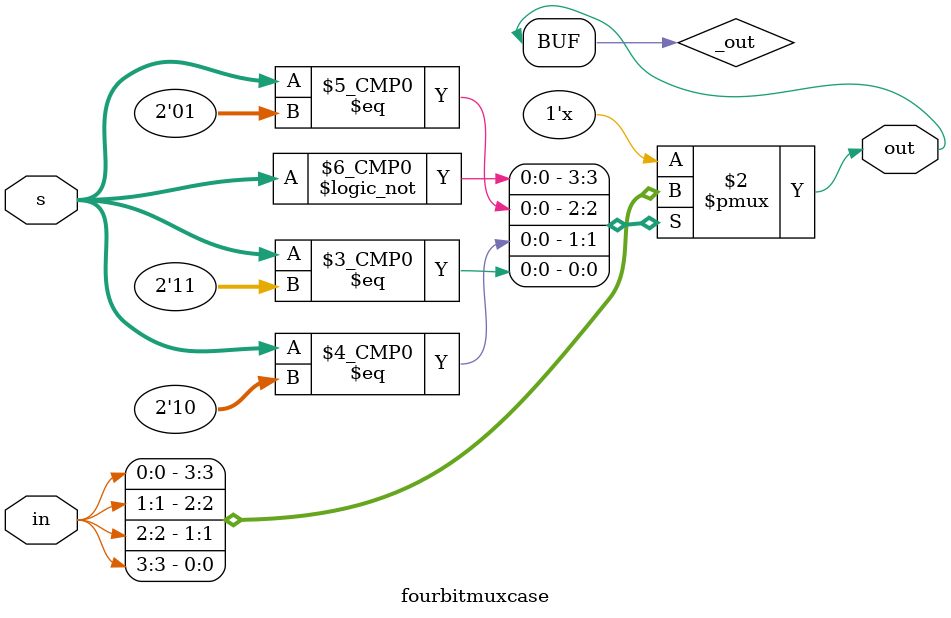
<source format=v>
module fourbitmuxcase(in, s, out);
	input wire[3: 0] in;
	input wire[1: 0] s;
	output wire out;
	reg _out;
	always @(in or s)
		case (s)
			2'b00: _out = in[0];
			2'b01: _out = in[1];
			2'b10: _out = in[2];
			2'b11: _out = in[3];
			default: _out = 1'b0;
		endcase
	assign out = _out;
endmodule
</source>
